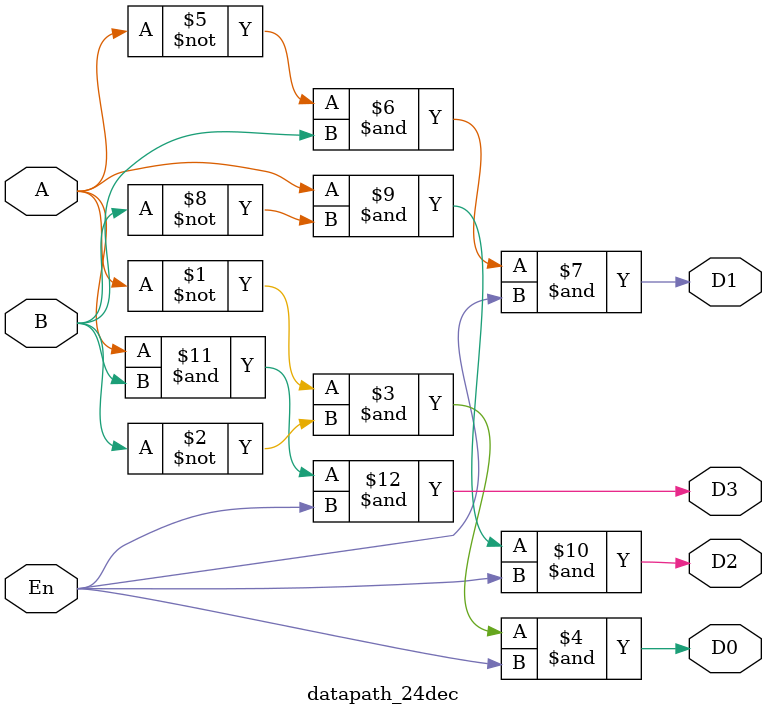
<source format=v>
 /*
// 
// Copyright (C) 2022  Mike Taylor
// This file is part of RE-SDMAC <https://github.com/mbtaylor1982/RE-SDMAC>.
// 
// RE-SDMAC is free software: you can redistribute it and/or modify
// it under the terms of the GNU General Public License as published by
// the Free Software Foundation, either version 3 of the License, or
// (at your option) any later version.
// 
// RE-SDMAC is distributed in the hope that it will be useful,
// but WITHOUT ANY WARRANTY; without even the implied warranty of
// MERCHANTABILITY or FITNESS FOR A PARTICULAR PURPOSE.  See the
// GNU General Public License for more details.
// 
// You should have received a copy of the GNU General Public License
// along with dogtag.  If not, see <http://www.gnu.org/licenses/>.
 */
module datapath_24dec ( 
    input A,
    input B,
    input En,

    output D0,
    output D1,
    output D2,
    output D3
);

assign D0 = ~A & ~B & En;
assign D1 = ~A & B & En;
assign D2 = A & ~B & En;
assign D3 = A & B & En;

endmodule

</source>
